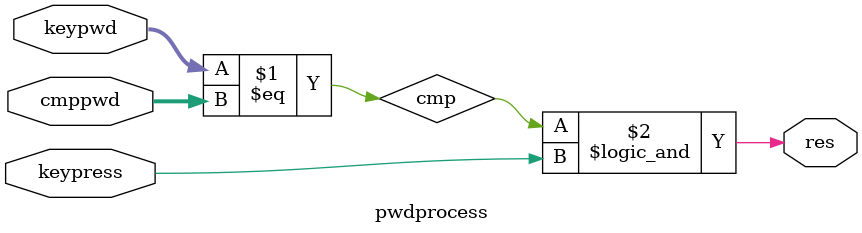
<source format=v>
`timescale 1ns / 1ps


module pwdprocess(
    input [1:0] keypwd,             //°´¼üÊäÈëÃÜÂë
    input [1:0] cmppwd,             //ÕýÈ·ÃÜÂë
    input keypress,                 //°´¼üÂö³å£¬ÉÏÉýÑØ´¥·¢
    output res                      //Êä³ö¼ÆÊýÂö³å
    );
    wire cmp;
    assign cmp = keypwd == cmppwd;
    assign res = cmp && keypress;
endmodule

</source>
